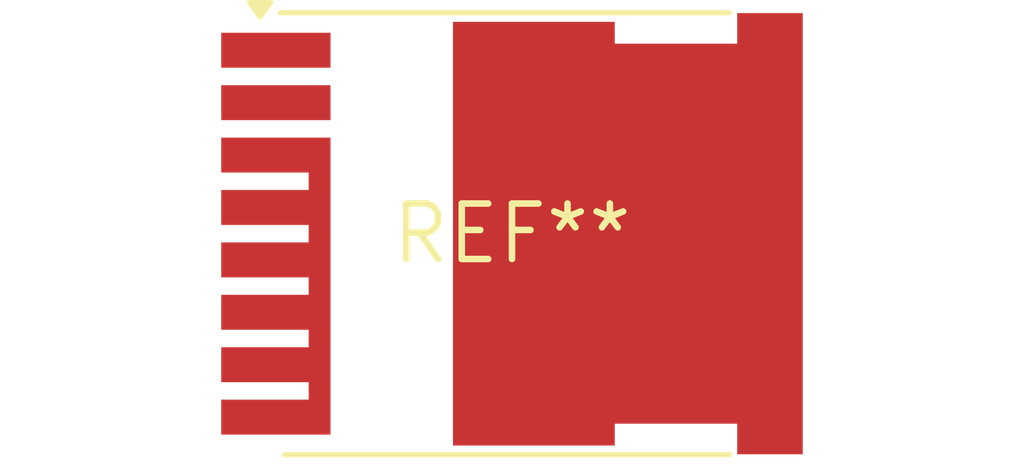
<source format=kicad_pcb>
(kicad_pcb (version 20240108) (generator pcbnew)
  (layers (0 "F.Cu" signal) (31 "B.Cu" signal) (34 "B.Paste" user) (35 "F.Paste" user) (36 "B.SilkS" user "B.Silkscreen") (37 "F.SilkS" user "F.Silkscreen") (38 "B.Mask" user) (39 "F.Mask" user) (44 "Edge.Cuts" user))
  (net 0 "")
  (footprint "Infineon_PG-HSOF-8-2" (layer "F.Cu") (at 0 0)
    (property "Reference" "REF**")
    (property "Value" "Infineon_PG-HSOF-8-2")
    (fp_line (start -5.3 -5.06) (end 4.97 -5.06) (layer "F.SilkS") (stroke (width 0.12)))
    (fp_line (start -5.2 5.06) (end 4.97 5.06) (layer "F.SilkS") (stroke (width 0.12)))
    (fp_poly (pts (xy -5.76 -4.96) (xy -5.52 -5.29) (xy -6 -5.29) (xy -5.76 -4.96)) (layer "F.SilkS") (stroke (width 0.12)) (fill solid))
    (pad "1" smd rect (at -5.4 -4.2) (size 2.5 0.8) (layers "F.Cu" "F.Mask"))
    (pad "2" smd rect (at -5.4 -3) (size 2.5 0.8) (layers "F.Cu" "F.Mask"))
    (pad "3" smd custom (at -4.4 1.2) (size 0.5 6.8) (layers "F.Cu" "F.Mask") (options (clearance outline) (anchor rect)) (primitives (gr_poly (pts (xy -0.25 -2.6) (xy -2.25 -2.6) (xy -2.25 -3.4) (xy -0.25 -3.4)) (width 0) (fill yes)) (gr_poly (pts (xy -0.25 -1.4) (xy -2.25 -1.4) (xy -2.25 -2.2) (xy -0.25 -2.2)) (width 0) (fill yes)) (gr_poly (pts (xy -0.25 -0.2) (xy -2.25 -0.2) (xy -2.25 -1) (xy -0.25 -1)) (width 0) (fill yes)) (gr_poly (pts (xy -0.25 1) (xy -2.25 1) (xy -2.25 0.2) (xy -0.25 0.2)) (width 0) (fill yes)) (gr_poly (pts (xy -0.25 2.2) (xy -2.25 2.2) (xy -2.25 1.4) (xy -0.25 1.4)) (width 0) (fill yes)) (gr_poly (pts (xy -0.25 3.4) (xy -2.25 3.4) (xy -2.25 2.6) (xy -0.25 2.6)) (width 0) (fill yes))))
    (pad "4" smd custom (at 3.75 0) (size 2.8 8.7) (layers "F.Cu" "F.Paste" "F.Mask") (options (clearance outline) (anchor rect)) (primitives (gr_poly (pts (xy 2.9 5.05) (xy 1.4 5.05) (xy 1.4 -5.05) (xy 2.9 -5.05)) (width 0) (fill yes)) (gr_poly (pts (xy -1.4 4.85) (xy -5.1 4.85) (xy -5.1 -4.85) (xy -1.4 -4.85)) (width 0) (fill yes))))
  )
)
</source>
